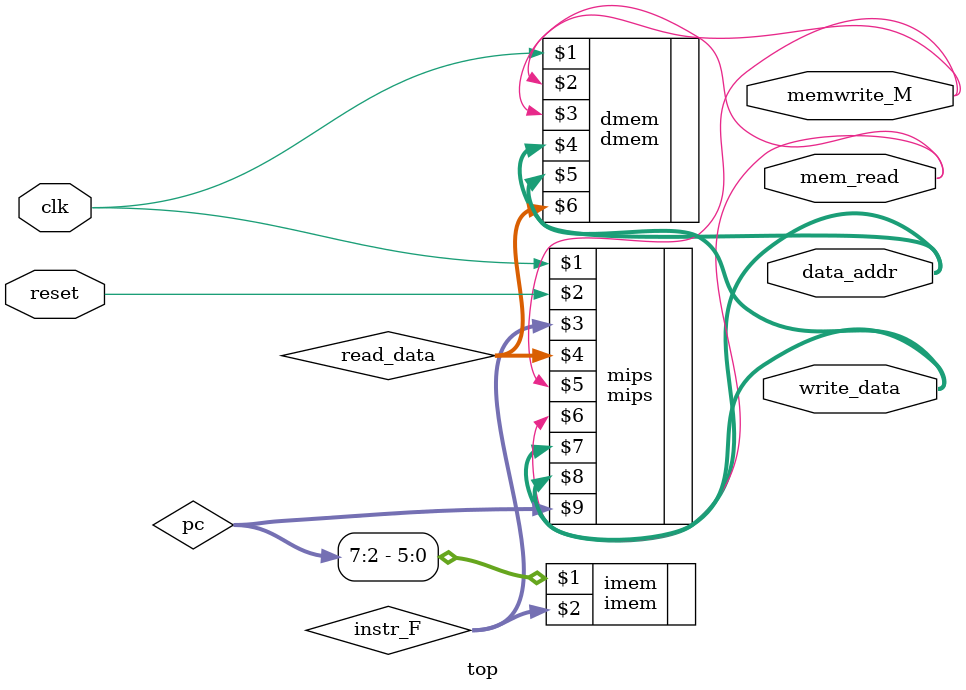
<source format=v>
module top (input clk,reset,
	    output[31:0] write_data, data_addr,
	    output memwrite_M, mem_read);

//top es el nombre de un modulo que seria el conjunto de 
//el procesador mips, la data mem y la instr mem
//por eso en la entrada solo esta clk, reset 
//y ala salida write_data .....

//cables internos del modulo top serian
wire[31:0] pc, instr_F, read_data;

//instanciamos
mips mips(clk,reset,instr_F,read_data,memwrite_M,mem_read,data_addr,write_data,pc);

//intr mem recibe solo 6 bits para esta simulacion sera suficiente
imem imem(pc[7:2],instr_F);

//data mem puede ser leida o escrita dependiendo de las senales
//mem_write y mem_read respectivamente
dmem dmem(clk,memwrite_M,mem_read,data_addr,write_data,read_data);

endmodule

</source>
